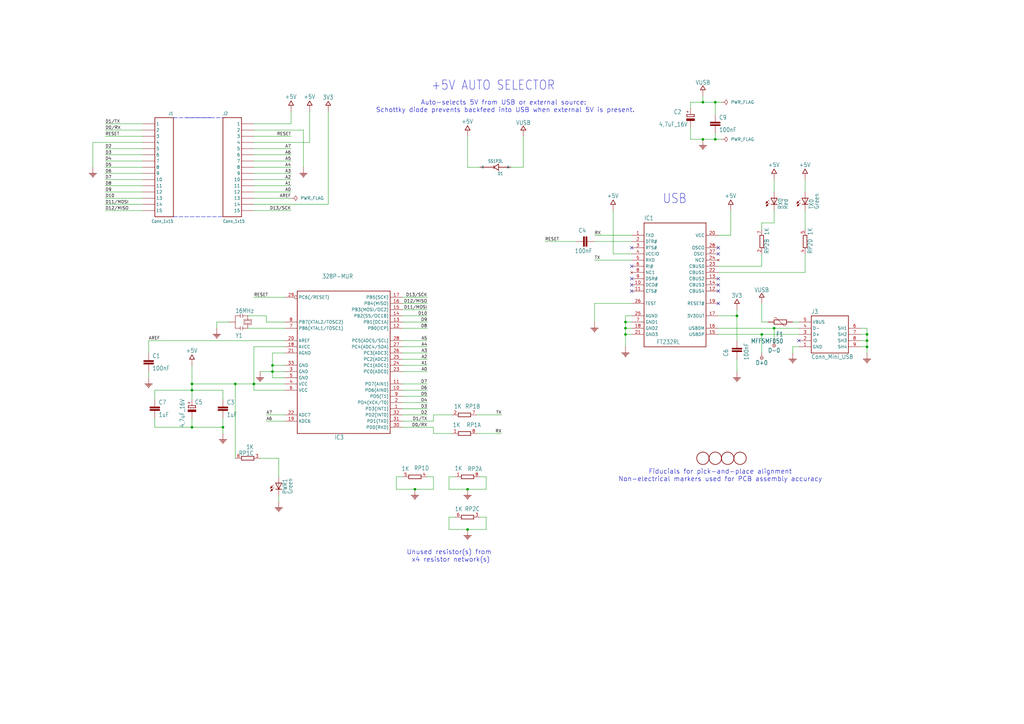
<source format=kicad_sch>
(kicad_sch (version 20231120) (generator "eeschema") (generator_version "8.0")
  (paper "A3")
  (title_block (title "NanoV3.3") (date "2019/1/23 22:50") (company "Arturo Guadalupi"))
  (lib_symbols
    (symbol "Fiducial_1"
      (symbol "Fiducial_1_1_1"
        (pin no_connect line (at 0 0 180) (length 0) hide (name "") (number "1"))
      )
    )
    (symbol "Fiducial_2"
      (symbol "Fiducial_2_1_1"
        (pin no_connect line (at 0 0 180) (length 0) hide (name "") (number "1"))
      )
    )
    (symbol "Fiducial_3"
      (symbol "Fiducial_3_1_1"
        (pin no_connect line (at 0 0 180) (length 0) hide (name "") (number "1"))
      )
    )
    (symbol "NanoV3.3:+5V" (power)
      (property "Value" "+5V" (at -2.54 2.54 0))
      (symbol "+5V_1_0"
        (pin power_in line (at 0 -2.54 90) (length 2.54) (name "+5V") (number "1"))
      )
    )
    (symbol "NanoV3.3:3V3" (power)
      (property "Value" "3V3" (at -2.286 2.286 0))
      (symbol "3V3_1_0"
        (pin power_in line (at 0 -2.54 90) (length 2.54) (name "3V3") (number "1"))
      )
    )
    (symbol "NanoV3.3:ATmega328P-VQFN"
      (property "Reference" "IC" (at -17.78 -40.64 0))
      (property "Value" "ATmega328P-VQFN" (at -5.08 30.48 0))
      (symbol "ATmega328P-VQFN_1_0"
        (pin bidirectional line (at 25.4 -20.32 180) (length 5.08) (name "PD3(INT1)") (number "1"))
        (pin bidirectional line (at 25.4 -12.7 180) (length 5.08) (name "PD6(AIN0)") (number "10"))
        (pin bidirectional line (at 25.4 -10.16 180) (length 5.08) (name "PD7(AIN1)") (number "11"))
        (pin bidirectional line (at 25.4 12.7 180) (length 5.08) (name "PB0(ICP)") (number "12"))
        (pin bidirectional line (at 25.4 15.24 180) (length 5.08) (name "PB1(OC1A)") (number "13"))
        (pin bidirectional line (at 25.4 17.78 180) (length 5.08) (name "PB2(SS/OC1B)") (number "14"))
        (pin bidirectional line (at 25.4 20.32 180) (length 5.08) (name "PB3(MOSI/OC2)") (number "15"))
        (pin bidirectional line (at 25.4 22.86 180) (length 5.08) (name "PB4(MISO)") (number "16"))
        (pin bidirectional line (at 25.4 25.4 180) (length 5.08) (name "PB5(SCK)") (number "17"))
        (pin power_in line (at -22.86 5.08 0) (length 5.08) (name "AVCC") (number "18"))
        (pin bidirectional line (at -22.86 -25.4 0) (length 5.08) (name "ADC6") (number "19"))
        (pin bidirectional line (at 25.4 -17.78 180) (length 5.08) (name "PD4(XCK/T0)") (number "2"))
        (pin power_in line (at -22.86 7.62 0) (length 5.08) (name "AREF") (number "20"))
        (pin power_in line (at -22.86 2.54 0) (length 5.08) (name "AGND") (number "21"))
        (pin bidirectional line (at -22.86 -22.86 0) (length 5.08) (name "ADC7") (number "22"))
        (pin bidirectional line (at 25.4 -5.08 180) (length 5.08) (name "PC0(ADC0)") (number "23"))
        (pin bidirectional line (at 25.4 -2.54 180) (length 5.08) (name "PC1(ADC1)") (number "24"))
        (pin bidirectional line (at 25.4 0 180) (length 5.08) (name "PC2(ADC2)") (number "25"))
        (pin bidirectional line (at 25.4 2.54 180) (length 5.08) (name "PC3(ADC3)") (number "26"))
        (pin bidirectional line (at 25.4 5.08 180) (length 5.08) (name "PC4(ADC4/SDA)") (number "27"))
        (pin bidirectional line (at 25.4 7.62 180) (length 5.08) (name "PC5(ADC5/SCL)") (number "28"))
        (pin bidirectional inverted (at -22.86 25.4 0) (length 5.08) (name "PC6(/RESET)") (number "29"))
        (pin power_in line (at -22.86 -5.08 0) (length 5.08) (name "GND") (number "3"))
        (pin bidirectional line (at 25.4 -27.94 180) (length 5.08) (name "PD0(RXD)") (number "30"))
        (pin bidirectional line (at 25.4 -25.4 180) (length 5.08) (name "PD1(TXD)") (number "31"))
        (pin bidirectional line (at 25.4 -22.86 180) (length 5.08) (name "PD2(INT0)") (number "32"))
        (pin power_in line (at -22.86 -2.54 0) (length 5.08) (name "GND") (number "33"))
        (pin power_in line (at -22.86 -10.16 0) (length 5.08) (name "VCC") (number "4"))
        (pin power_in line (at -22.86 -7.62 0) (length 5.08) (name "GND") (number "5"))
        (pin power_in line (at -22.86 -12.7 0) (length 5.08) (name "VCC") (number "6"))
        (pin bidirectional line (at -22.86 12.7 0) (length 5.08) (name "PB6(XTAL1/TOSC1)") (number "7"))
        (pin bidirectional line (at -22.86 15.24 0) (length 5.08) (name "PB7(XTAL2/TOSC2)") (number "8"))
        (pin bidirectional line (at 25.4 -15.24 180) (length 5.08) (name "PD5(T1)") (number "9"))
      )
    )
    (symbol "NanoV3.3:C"
      (property "Reference" "C" (at 1.524 0.381 0))
      (property "Value" "C" (at 1.524 -4.699 0))
      (symbol "C_1_0"
        (pin passive line (at 0 2.54 270) (length 2.54) (name "1") (number "1"))
        (pin passive line (at 0 -5.08 90) (length 2.54) (name "2") (number "2"))
      )
    )
    (symbol "NanoV3.3:COM" (power)
      (symbol "COM_1_0"
        (pin power_in line (at 0 2.54 270) (length 2.54) (name "COM") (number "1"))
      )
    )
    (symbol "NanoV3.3:C_Polarized"
      (property "Reference" "C" (at 1.143 0.4826 0))
      (property "Value" "C_Polarized" (at 1.143 -4.5974 0))
      (symbol "C_Polarized_1_0"
        (text "+" (at -0.5842 0.4064 900) (effects (font (size 1.27 1.0795)) (justify left bottom)))
        (pin passive line (at 0 2.54 270) (length 2.54) (name "+") (number "1"))
        (pin passive line (at 0 -5.08 90) (length 2.54) (name "-") (number "2"))
      )
    )
    (symbol "NanoV3.3:Conn_1x15"
      (property "Reference" "J" (at -2.54 21.336 0))
      (property "Value" "Conn_1x15" (at -2.54 -22.86 0))
      (symbol "Conn_1x15_1_0"
        (pin passive line (at 10.16 17.78 180) (length 5.08) (name "1") (number "1"))
        (pin passive line (at 10.16 -5.08 180) (length 5.08) (name "10") (number "10"))
        (pin passive line (at 10.16 -7.62 180) (length 5.08) (name "11") (number "11"))
        (pin passive line (at 10.16 -10.16 180) (length 5.08) (name "12") (number "12"))
        (pin passive line (at 10.16 -12.7 180) (length 5.08) (name "13") (number "13"))
        (pin passive line (at 10.16 -15.24 180) (length 5.08) (name "14") (number "14"))
        (pin passive line (at 10.16 -17.78 180) (length 5.08) (name "15") (number "15"))
        (pin passive line (at 10.16 15.24 180) (length 5.08) (name "2") (number "2"))
        (pin passive line (at 10.16 12.7 180) (length 5.08) (name "3") (number "3"))
        (pin passive line (at 10.16 10.16 180) (length 5.08) (name "4") (number "4"))
        (pin passive line (at 10.16 7.62 180) (length 5.08) (name "5") (number "5"))
        (pin passive line (at 10.16 5.08 180) (length 5.08) (name "6") (number "6"))
        (pin passive line (at 10.16 2.54 180) (length 5.08) (name "7") (number "7"))
        (pin passive line (at 10.16 0 180) (length 5.08) (name "8") (number "8"))
        (pin passive line (at 10.16 -2.54 180) (length 5.08) (name "9") (number "9"))
      )
    )
    (symbol "NanoV3.3:Conn_Mini_USB"
      (property "Reference" "J" (at -7.62 8.382 0))
      (property "Value" "Conn_Mini_USB" (at -7.62 -10.16 0))
      (symbol "Conn_Mini_USB_1_0"
        (pin passive line (at -12.7 -5.08 0) (length 5.08) (name "GND") (number "1"))
        (pin bidirectional line (at -12.7 -2.54 0) (length 5.08) (name "ID") (number "2"))
        (pin bidirectional line (at -12.7 0 0) (length 5.08) (name "D+") (number "3"))
        (pin bidirectional line (at -12.7 2.54 0) (length 5.08) (name "D-") (number "4"))
        (pin passive line (at -12.7 5.08 0) (length 5.08) (name "VBUS") (number "5"))
        (pin passive line (at 12.7 2.54 180) (length 5.08) (name "SH1") (number "6"))
        (pin passive line (at 12.7 0 180) (length 5.08) (name "SH2") (number "7"))
        (pin passive line (at 12.7 -2.54 180) (length 5.08) (name "SH3") (number "8"))
        (pin passive line (at 12.7 -5.08 180) (length 5.08) (name "SH4") (number "9"))
      )
    )
    (symbol "NanoV3.3:D"
      (property "Reference" "D" (at -1.905 1.905 0))
      (property "Value" "D" (at -1.905 -3.175 0))
      (symbol "D_1_0"
        (pin passive line (at 7.62 0 180) (length 0) (name "K") (number "1"))
        (pin passive line (at -5.08 0 0) (length 0) (name "A") (number "2"))
      )
    )
    (symbol "NanoV3.3:FT232R"
      (property "Reference" "IC" (at -12.7 26.416 0))
      (property "Value" "FT232R" (at -7.62 -24.384 0))
      (symbol "FT232R_1_0"
        (pin output line (at -17.78 20.32 0) (length 5.08) (name "TXD") (number "1"))
        (pin bidirectional line (at -17.78 0 0) (length 5.08) (name "DCD#") (number "10"))
        (pin bidirectional line (at -17.78 -2.54 0) (length 5.08) (name "CTS#") (number "11"))
        (pin bidirectional line (at 17.78 -2.54 180) (length 5.08) (name "CBUS4") (number "12"))
        (pin bidirectional line (at 17.78 2.54 180) (length 5.08) (name "CBUS2") (number "13"))
        (pin bidirectional line (at 17.78 0 180) (length 5.08) (name "CBUS3") (number "14"))
        (pin bidirectional line (at 17.78 -20.32 180) (length 5.08) (name "USBDP") (number "15"))
        (pin bidirectional line (at 17.78 -17.78 180) (length 5.08) (name "USBDM") (number "16"))
        (pin power_out line (at 17.78 -12.7 180) (length 5.08) (name "3V3OUT") (number "17"))
        (pin power_in line (at -17.78 -17.78 0) (length 5.08) (name "GND2") (number "18"))
        (pin bidirectional line (at 17.78 -7.62 180) (length 5.08) (name "RESET#") (number "19"))
        (pin output line (at -17.78 17.78 0) (length 5.08) (name "DTR#") (number "2"))
        (pin power_in line (at 17.78 20.32 180) (length 5.08) (name "VCC") (number "20"))
        (pin power_in line (at -17.78 -20.32 0) (length 5.08) (name "GND3") (number "21"))
        (pin bidirectional line (at 17.78 5.08 180) (length 5.08) (name "CBUS1") (number "22"))
        (pin bidirectional line (at 17.78 7.62 180) (length 5.08) (name "CBUS0") (number "23"))
        (pin no_connect line (at 17.78 10.16 180) (length 5.08) (name "NC2") (number "24"))
        (pin power_in line (at -17.78 -12.7 0) (length 5.08) (name "AGND") (number "25"))
        (pin input line (at -17.78 -7.62 0) (length 5.08) (name "TEST") (number "26"))
        (pin bidirectional line (at 17.78 12.7 180) (length 5.08) (name "OSCI") (number "27"))
        (pin output line (at 17.78 15.24 180) (length 5.08) (name "OSCO") (number "28"))
        (pin output line (at -17.78 15.24 0) (length 5.08) (name "RTS#") (number "3"))
        (pin power_in line (at -17.78 12.7 0) (length 5.08) (name "VCCIO") (number "4"))
        (pin input line (at -17.78 10.16 0) (length 5.08) (name "RXD") (number "5"))
        (pin bidirectional line (at -17.78 7.62 0) (length 5.08) (name "RI#") (number "6"))
        (pin power_in line (at -17.78 -15.24 0) (length 5.08) (name "GND1") (number "7"))
        (pin no_connect line (at -17.78 5.08 0) (length 5.08) (name "NC1") (number "8"))
        (pin bidirectional line (at -17.78 2.54 0) (length 5.08) (name "DSR#") (number "9"))
      )
    )
    (symbol "NanoV3.3:Fiducial"
      (symbol "Fiducial_1_1"
        (pin no_connect line (at 0 0 180) (length 0) hide (name "") (number "1"))
      )
    )
    (symbol "NanoV3.3:LED"
      (property "Reference" "LED" (at 3.556 -4.572 90))
      (property "Value" "LED" (at 5.715 -4.572 90))
      (symbol "LED_1_0"
        (pin passive line (at 0 2.54 270) (length 2.54) (name "") (number "1"))
        (pin passive line (at 0 -5.08 90) (length 2.54) (name "") (number "2"))
      )
    )
    (symbol "NanoV3.3:Polyfuse"
      (property "Reference" "F" (at 2.54 0.2286 0))
      (property "Value" "Polyfuse" (at 2.54 -1.905 0))
      (symbol "Polyfuse_1_0"
        (pin passive line (at 0 -5.08 90) (length 2.54) (name "1") (number "1"))
        (pin passive line (at 0 5.08 270) (length 2.54) (name "2") (number "2"))
      )
    )
    (symbol "NanoV3.3:R_Pack4_Split"
      (property "Reference" "RP" (at -5.08 -3.048 0))
      (property "Value" "R_Pack4_Split" (at 2.54 -3.048 0))
      (symbol "R_Pack4_Split_1_0"
        (pin passive line (at -5.08 0 0) (length 2.54) (name "1") (number "1"))
        (pin passive line (at 5.08 0 180) (length 2.54) (name "2") (number "8"))
      )
      (symbol "R_Pack4_Split_2_0"
        (pin passive line (at -5.08 0 0) (length 2.54) (name "1") (number "2"))
        (pin passive line (at 5.08 0 180) (length 2.54) (name "2") (number "7"))
      )
      (symbol "R_Pack4_Split_3_0"
        (pin passive line (at -5.08 0 0) (length 2.54) (name "1") (number "3"))
        (pin passive line (at 5.08 0 180) (length 2.54) (name "2") (number "6"))
      )
      (symbol "R_Pack4_Split_4_0"
        (pin passive line (at -5.08 0 0) (length 2.54) (name "1") (number "4"))
        (pin passive line (at 5.08 0 180) (length 2.54) (name "2") (number "5"))
      )
    )
    (symbol "NanoV3.3:Resonator"
      (property "Reference" "Y" (at -5.08 4.572 0))
      (property "Value" "Resonator" (at -5.08 -5.588 0))
      (symbol "Resonator_1_0"
        (pin passive line (at 0 2.54 180) (length 0) (name "1") (number "1"))
        (pin passive line (at -7.62 0 0) (length 0) (name "2") (number "2"))
        (pin passive line (at 0 -2.54 180) (length 0) (name "3") (number "3"))
      )
    )
    (symbol "NanoV3.3:TestPoint"
      (property "Reference" "TP" (at 0 0.508 0))
      (symbol "TestPoint_1_0"
        (pin passive line (at 0 -2.54 90) (length 0) (name "P$1") (number "X"))
      )
    )
    (symbol "NanoV3.3:VUSB" (power)
      (property "Value" "VUSB" (at -3.048 2.032 0))
      (symbol "VUSB_1_0"
        (pin power_in line (at 0 -2.54 90) (length 2.54) (name "VUSB") (number "1"))
      )
    )
    (symbol "power:PWR_FLAG" (power) (pin_numbers hide) (pin_names (offset 0) hide)
      (property "Value" "PWR_FLAG" (at 0 3.81 0))
      (symbol "PWR_FLAG_0_0"
        (pin power_out line (at 0 0 90) (length 0) (name "pwr") (number "1"))
      )
    )
  )
  (junction (at 256.54 132.08))
  (junction (at 111.76 149.86))
  (junction (at 111.76 152.4))
  (junction (at 78.74 160.02))
  (junction (at 288.29 41.91))
  (junction (at 355.6 139.7))
  (junction (at 91.44 175.26))
  (junction (at 191.77 217.17))
  (junction (at 293.37 41.91))
  (junction (at 78.74 175.26))
  (junction (at 288.29 57.15))
  (junction (at 256.54 134.62))
  (junction (at 170.18 200.66))
  (junction (at 302.26 129.54))
  (junction (at 312.42 137.16))
  (junction (at 104.14 157.48))
  (junction (at 96.52 157.48))
  (junction (at 317.5 134.62))
  (junction (at 256.54 137.16))
  (junction (at 191.77 200.66))
  (junction (at 78.74 157.48))
  (junction (at 293.37 57.15))
  (junction (at 355.6 137.16))
  (junction (at 355.6 142.24))
  (no_connect (at 259.08 119.38))
  (no_connect (at 259.08 116.84))
  (no_connect (at 259.08 114.3))
  (no_connect (at 294.64 124.46))
  (no_connect (at 294.64 116.84))
  (no_connect (at 294.64 101.6))
  (no_connect (at 294.64 114.3))
  (no_connect (at 294.64 104.14))
  (no_connect (at 294.64 119.38))
  (no_connect (at 327.66 139.7))
  (no_connect (at 259.08 101.6))
  (no_connect (at 259.08 109.22))
  (wire (pts (xy 78.74 163.83) (xy 78.74 160.02)))
  (wire (pts (xy 283.21 57.15) (xy 288.29 57.15)))
  (wire (pts (xy 116.84 144.78) (xy 111.76 144.78)))
  (wire (pts (xy 327.66 142.24) (xy 325.12 142.24)))
  (wire (pts (xy 256.54 129.54) (xy 256.54 132.08)))
  (wire (pts (xy 43.18 63.5) (xy 58.42 63.5)))
  (wire (pts (xy 330.2 93.98) (xy 330.2 86.36)))
  (wire (pts (xy 353.06 137.16) (xy 355.6 137.16)))
  (wire (pts (xy 177.8 170.18) (xy 177.8 172.72)))
  (wire (pts (xy 104.14 86.36) (xy 119.38 86.36)))
  (wire (pts (xy 317.5 139.7) (xy 317.5 134.62)))
  (wire (pts (xy 104.14 50.8) (xy 119.38 50.8)))
  (wire (pts (xy 177.8 177.8) (xy 185.42 177.8)))
  (wire (pts (xy 199.39 200.66) (xy 199.39 195.58)))
  (wire (pts (xy 124.46 53.34) (xy 124.46 68.58)))
  (wire (pts (xy 78.74 160.02) (xy 78.74 157.48)))
  (wire (pts (xy 116.84 172.72) (xy 109.22 172.72)))
  (wire (pts (xy 165.1 132.08) (xy 175.26 132.08)))
  (wire (pts (xy 58.42 73.66) (xy 43.18 73.66)))
  (wire (pts (xy 104.14 71.12) (xy 119.38 71.12)))
  (wire (pts (xy 165.1 160.02) (xy 175.26 160.02)))
  (wire (pts (xy 330.2 78.74) (xy 330.2 73.66)))
  (wire (pts (xy 78.74 157.48) (xy 78.74 149.86)))
  (wire (pts (xy 63.5 160.02) (xy 63.5 163.83)))
  (wire (pts (xy 116.84 157.48) (xy 104.14 157.48)))
  (wire (pts (xy 259.08 137.16) (xy 256.54 137.16)))
  (wire (pts (xy 109.22 129.54) (xy 101.6 129.54)))
  (wire (pts (xy 43.18 50.8) (xy 58.42 50.8)))
  (wire (pts (xy 312.42 144.78) (xy 312.42 137.16)))
  (wire (pts (xy 104.14 60.96) (xy 119.38 60.96)))
  (wire (pts (xy 312.42 124.46) (xy 312.42 132.08)))
  (wire (pts (xy 184.15 200.66) (xy 191.77 200.66)))
  (wire (pts (xy 165.1 142.24) (xy 175.26 142.24)))
  (wire (pts (xy 184.15 195.58) (xy 186.69 195.58)))
  (wire (pts (xy 111.76 149.86) (xy 116.84 149.86)))
  (wire (pts (xy 119.38 73.66) (xy 104.14 73.66)))
  (wire (pts (xy 355.6 139.7) (xy 355.6 142.24)))
  (wire (pts (xy 177.8 200.66) (xy 177.8 195.58)))
  (wire (pts (xy 165.1 129.54) (xy 175.26 129.54)))
  (wire (pts (xy 104.14 81.28) (xy 119.38 81.28)))
  (wire (pts (xy 302.26 139.7) (xy 302.26 129.54)))
  (wire (pts (xy 96.52 157.48) (xy 78.74 157.48)))
  (wire (pts (xy 104.14 142.24) (xy 104.14 157.48)))
  (wire (pts (xy 104.14 157.48) (xy 96.52 157.48)))
  (wire (pts (xy 165.1 152.4) (xy 175.26 152.4)))
  (polyline (pts (xy 76.2 48.26) (xy 86.36 48.26)) (stroke (width 0) (type dash)))
  (polyline (pts (xy 86.36 48.26) (xy 76.2 48.26)) (stroke (width 0) (type dash)))
  (wire (pts (xy 288.29 41.91) (xy 293.37 41.91)))
  (wire (pts (xy 251.46 104.14) (xy 251.46 86.36)))
  (wire (pts (xy 114.3 187.96) (xy 114.3 195.58)))
  (wire (pts (xy 116.84 160.02) (xy 104.14 160.02)))
  (wire (pts (xy 96.52 157.48) (xy 96.52 187.96)))
  (wire (pts (xy 111.76 149.86) (xy 111.76 152.4)))
  (wire (pts (xy 116.84 121.92) (xy 104.14 121.92)))
  (wire (pts (xy 104.14 55.88) (xy 119.38 55.88)))
  (wire (pts (xy 177.8 195.58) (xy 175.26 195.58)))
  (wire (pts (xy 256.54 134.62) (xy 256.54 137.16)))
  (wire (pts (xy 165.1 149.86) (xy 175.26 149.86)))
  (wire (pts (xy 60.96 139.7) (xy 60.96 144.78)))
  (wire (pts (xy 127 58.42) (xy 127 45.72)))
  (wire (pts (xy 43.18 76.2) (xy 58.42 76.2)))
  (wire (pts (xy 91.44 175.26) (xy 91.44 177.8)))
  (wire (pts (xy 93.98 132.08) (xy 88.9 132.08)))
  (wire (pts (xy 116.84 170.18) (xy 109.22 170.18)))
  (wire (pts (xy 294.64 111.76) (xy 330.2 111.76)))
  (wire (pts (xy 283.21 44.45) (xy 283.21 41.91)))
  (wire (pts (xy 294.64 137.16) (xy 312.42 137.16)))
  (wire (pts (xy 111.76 152.4) (xy 116.84 152.4)))
  (wire (pts (xy 191.77 68.58) (xy 191.77 55.88)))
  (wire (pts (xy 165.1 147.32) (xy 175.26 147.32)))
  (wire (pts (xy 317.5 134.62) (xy 327.66 134.62)))
  (wire (pts (xy 312.42 91.44) (xy 317.5 91.44)))
  (wire (pts (xy 165.1 127) (xy 175.26 127)))
  (wire (pts (xy 259.08 129.54) (xy 256.54 129.54)))
  (wire (pts (xy 177.8 172.72) (xy 165.1 172.72)))
  (wire (pts (xy 243.84 124.46) (xy 243.84 132.08)))
  (wire (pts (xy 91.44 171.45) (xy 91.44 175.26)))
  (wire (pts (xy 214.63 68.58) (xy 209.55 68.58)))
  (wire (pts (xy 116.84 142.24) (xy 104.14 142.24)))
  (wire (pts (xy 111.76 154.94) (xy 111.76 152.4)))
  (wire (pts (xy 43.18 68.58) (xy 58.42 68.58)))
  (wire (pts (xy 165.1 170.18) (xy 175.26 170.18)))
  (wire (pts (xy 165.1 162.56) (xy 175.26 162.56)))
  (wire (pts (xy 353.06 142.24) (xy 355.6 142.24)))
  (wire (pts (xy 43.18 66.04) (xy 58.42 66.04)))
  (wire (pts (xy 43.18 60.96) (xy 58.42 60.96)))
  (wire (pts (xy 91.44 163.83) (xy 91.44 160.02)))
  (wire (pts (xy 355.6 134.62) (xy 355.6 137.16)))
  (wire (pts (xy 191.77 68.58) (xy 196.85 68.58)))
  (wire (pts (xy 317.5 78.74) (xy 317.5 73.66)))
  (polyline (pts (xy 71.12 48.26) (xy 76.2 48.26)) (stroke (width 0) (type dash)))
  (wire (pts (xy 43.18 81.28) (xy 58.42 81.28)))
  (wire (pts (xy 259.08 124.46) (xy 243.84 124.46)))
  (wire (pts (xy 104.14 66.04) (xy 119.38 66.04)))
  (wire (pts (xy 119.38 50.8) (xy 119.38 45.72)))
  (wire (pts (xy 259.08 104.14) (xy 251.46 104.14)))
  (wire (pts (xy 355.6 142.24) (xy 355.6 144.78)))
  (wire (pts (xy 165.1 175.26) (xy 177.8 175.26)))
  (wire (pts (xy 43.18 71.12) (xy 58.42 71.12)))
  (wire (pts (xy 199.39 212.09) (xy 196.85 212.09)))
  (wire (pts (xy 78.74 160.02) (xy 63.5 160.02)))
  (wire (pts (xy 293.37 57.15) (xy 288.29 57.15)))
  (wire (pts (xy 325.12 132.08) (xy 327.66 132.08)))
  (wire (pts (xy 293.37 54.61) (xy 293.37 57.15)))
  (wire (pts (xy 243.84 96.52) (xy 259.08 96.52)))
  (wire (pts (xy 259.08 132.08) (xy 256.54 132.08)))
  (wire (pts (xy 294.64 109.22) (xy 312.42 109.22)))
  (wire (pts (xy 162.56 195.58) (xy 165.1 195.58)))
  (wire (pts (xy 243.84 106.68) (xy 259.08 106.68)))
  (wire (pts (xy 91.44 160.02) (xy 78.74 160.02)))
  (wire (pts (xy 38.1 58.42) (xy 38.1 68.58)))
  (wire (pts (xy 104.14 78.74) (xy 119.38 78.74)))
  (wire (pts (xy 288.29 39.37) (xy 288.29 41.91)))
  (wire (pts (xy 312.42 93.98) (xy 312.42 91.44)))
  (wire (pts (xy 165.1 121.92) (xy 175.26 121.92)))
  (wire (pts (xy 165.1 165.1) (xy 175.26 165.1)))
  (wire (pts (xy 355.6 137.16) (xy 355.6 139.7)))
  (wire (pts (xy 111.76 152.4) (xy 106.68 152.4)))
  (wire (pts (xy 104.14 53.34) (xy 124.46 53.34)))
  (wire (pts (xy 43.18 55.88) (xy 58.42 55.88)))
  (wire (pts (xy 165.1 144.78) (xy 175.26 144.78)))
  (wire (pts (xy 283.21 52.07) (xy 283.21 57.15)))
  (wire (pts (xy 312.42 132.08) (xy 314.96 132.08)))
  (wire (pts (xy 283.21 41.91) (xy 288.29 41.91)))
  (wire (pts (xy 330.2 111.76) (xy 330.2 104.14)))
  (wire (pts (xy 165.1 124.46) (xy 175.26 124.46)))
  (wire (pts (xy 106.68 187.96) (xy 114.3 187.96)))
  (wire (pts (xy 312.42 104.14) (xy 312.42 109.22)))
  (wire (pts (xy 191.77 217.17) (xy 199.39 217.17)))
  (wire (pts (xy 43.18 86.36) (xy 58.42 86.36)))
  (wire (pts (xy 109.22 132.08) (xy 109.22 129.54)))
  (wire (pts (xy 111.76 144.78) (xy 111.76 149.86)))
  (wire (pts (xy 199.39 195.58) (xy 196.85 195.58)))
  (wire (pts (xy 165.1 134.62) (xy 175.26 134.62)))
  (wire (pts (xy 63.5 175.26) (xy 63.5 171.45)))
  (wire (pts (xy 165.1 167.64) (xy 175.26 167.64)))
  (wire (pts (xy 259.08 134.62) (xy 256.54 134.62)))
  (wire (pts (xy 294.64 96.52) (xy 299.72 96.52)))
  (wire (pts (xy 256.54 137.16) (xy 256.54 142.24)))
  (wire (pts (xy 184.15 217.17) (xy 191.77 217.17)))
  (wire (pts (xy 104.14 68.58) (xy 119.38 68.58)))
  (wire (pts (xy 116.84 154.94) (xy 111.76 154.94)))
  (wire (pts (xy 195.58 170.18) (xy 205.74 170.18)))
  (wire (pts (xy 184.15 212.09) (xy 184.15 217.17)))
  (wire (pts (xy 312.42 137.16) (xy 327.66 137.16)))
  (wire (pts (xy 299.72 96.52) (xy 299.72 86.36)))
  (wire (pts (xy 214.63 55.88) (xy 214.63 68.58)))
  (wire (pts (xy 294.64 134.62) (xy 317.5 134.62)))
  (wire (pts (xy 38.1 58.42) (xy 58.42 58.42)))
  (wire (pts (xy 78.74 175.26) (xy 91.44 175.26)))
  (wire (pts (xy 177.8 175.26) (xy 177.8 177.8)))
  (wire (pts (xy 43.18 78.74) (xy 58.42 78.74)))
  (wire (pts (xy 191.77 200.66) (xy 199.39 200.66)))
  (wire (pts (xy 104.14 58.42) (xy 127 58.42)))
  (wire (pts (xy 78.74 171.45) (xy 78.74 175.26)))
  (wire (pts (xy 165.1 157.48) (xy 175.26 157.48)))
  (wire (pts (xy 43.18 53.34) (xy 58.42 53.34)))
  (wire (pts (xy 302.26 129.54) (xy 302.26 127)))
  (wire (pts (xy 199.39 217.17) (xy 199.39 212.09)))
  (wire (pts (xy 293.37 41.91) (xy 295.91 41.91)))
  (wire (pts (xy 256.54 132.08) (xy 256.54 134.62)))
  (wire (pts (xy 43.18 83.82) (xy 58.42 83.82)))
  (wire (pts (xy 223.52 99.06) (xy 236.22 99.06)))
  (wire (pts (xy 184.15 195.58) (xy 184.15 200.66)))
  (wire (pts (xy 243.84 99.06) (xy 259.08 99.06)))
  (wire (pts (xy 162.56 195.58) (xy 162.56 200.66)))
  (wire (pts (xy 302.26 147.32) (xy 302.26 152.4)))
  (wire (pts (xy 293.37 57.15) (xy 295.91 57.15)))
  (wire (pts (xy 104.14 76.2) (xy 119.38 76.2)))
  (wire (pts (xy 104.14 160.02) (xy 104.14 157.48)))
  (wire (pts (xy 104.14 83.82) (xy 134.62 83.82)))
  (wire (pts (xy 170.18 200.66) (xy 177.8 200.66)))
  (wire (pts (xy 88.9 132.08) (xy 88.9 134.62)))
  (wire (pts (xy 165.1 139.7) (xy 175.26 139.7)))
  (polyline (pts (xy 86.36 48.26) (xy 91.44 48.26)) (stroke (width 0) (type dash)))
  (wire (pts (xy 325.12 142.24) (xy 325.12 144.78)))
  (wire (pts (xy 134.62 83.82) (xy 134.62 45.72)))
  (polyline (pts (xy 71.12 88.9) (xy 91.44 88.9)) (stroke (width 0) (type dash)))
  (wire (pts (xy 184.15 212.09) (xy 186.69 212.09)))
  (wire (pts (xy 116.84 132.08) (xy 109.22 132.08)))
  (wire (pts (xy 195.58 177.8) (xy 205.74 177.8)))
  (wire (pts (xy 353.06 139.7) (xy 355.6 139.7)))
  (wire (pts (xy 162.56 200.66) (xy 170.18 200.66)))
  (wire (pts (xy 353.06 134.62) (xy 355.6 134.62)))
  (wire (pts (xy 104.14 63.5) (xy 119.38 63.5)))
  (wire (pts (xy 294.64 129.54) (xy 302.26 129.54)))
  (wire (pts (xy 177.8 170.18) (xy 185.42 170.18)))
  (wire (pts (xy 293.37 41.91) (xy 293.37 46.99)))
  (wire (pts (xy 116.84 139.7) (xy 60.96 139.7)))
  (wire (pts (xy 114.3 205.74) (xy 114.3 203.2)))
  (wire (pts (xy 78.74 175.26) (xy 63.5 175.26)))
  (wire (pts (xy 60.96 152.4) (xy 60.96 154.94)))
  (wire (pts (xy 101.6 134.62) (xy 116.84 134.62)))
  (wire (pts (xy 317.5 91.44) (xy 317.5 86.36)))
  (text "Fiducials for pick-and-place alignment\nNon-electrical markers used for PCB assembly accuracy" (at 295.402 195.072 0) (effects (font (size 1.905 1.905))))
  (text "+5V AUTO SELECTOR" (at 176.784 37.338 0) (effects (font (size 3.81 3.2385)) (justify left bottom)))
  (text "USB" (at 271.78 83.82 0) (effects (font (size 3.81 3.2385)) (justify left bottom)))
  (text "Auto-selects 5V from USB or external source: \nSchottky diode prevents backfeed into USB when external 5V is present." (at 207.264 43.688 0) (effects (font (size 1.905 1.905))))
  (text "Unused resistor(s) from \nx4 resistor network(s)" (at 184.912 228.092 0) (effects (font (size 1.905 1.905))))
  (label "D2" (at 175.26 170.18 180) (effects (font (size 1.2446 1.2446))))
  (label "D8" (at 43.18 76.2 0) (effects (font (size 1.2446 1.2446))))
  (label "D4" (at 175.26 165.1 180) (effects (font (size 1.2446 1.2446))))
  (label "D1/TX" (at 43.18 50.8 0) (effects (font (size 1.2446 1.2446))))
  (label "A2" (at 175.26 147.32 180) (effects (font (size 1.2446 1.2446))))
  (label "RESET" (at 223.52 99.06 0) (effects (font (size 1.2446 1.2446))))
  (label "A5" (at 175.26 139.7 180) (effects (font (size 1.2446 1.2446))))
  (label "TX" (at 243.84 106.68 0) (effects (font (size 1.2446 1.2446))))
  (label "A4" (at 119.38 68.58 180) (effects (font (size 1.2446 1.2446))))
  (label "D7" (at 175.26 157.48 180) (effects (font (size 1.2446 1.2446))))
  (label "D4" (at 43.18 66.04 0) (effects (font (size 1.2446 1.2446))))
  (label "RESET" (at 119.38 55.88 180) (effects (font (size 1.2446 1.2446))))
  (label "A1" (at 119.38 76.2 180) (effects (font (size 1.2446 1.2446))))
  (label "D5" (at 43.18 68.58 0) (effects (font (size 1.2446 1.2446))))
  (label "A3" (at 119.38 71.12 180) (effects (font (size 1.2446 1.2446))))
  (label "RESET" (at 43.18 55.88 0) (effects (font (size 1.2446 1.2446))))
  (label "A6" (at 119.38 63.5 180) (effects (font (size 1.2446 1.2446))))
  (label "TX" (at 205.74 170.18 180) (effects (font (size 1.2446 1.2446))))
  (label "RESET" (at 104.14 121.92 0) (effects (font (size 1.2446 1.2446))))
  (label "A5" (at 119.38 66.04 180) (effects (font (size 1.2446 1.2446))))
  (label "D10" (at 43.18 81.28 0) (effects (font (size 1.2446 1.2446))))
  (label "D13/SCK" (at 175.26 121.92 180) (effects (font (size 1.2446 1.2446))))
  (label "RX" (at 243.84 96.52 0) (effects (font (size 1.2446 1.2446))))
  (label "A0" (at 119.38 78.74 180) (effects (font (size 1.2446 1.2446))))
  (label "D5" (at 175.26 162.56 180) (effects (font (size 1.2446 1.2446))))
  (label "D12/MISO" (at 43.18 86.36 0) (effects (font (size 1.2446 1.2446))))
  (label "D9" (at 43.18 78.74 0) (effects (font (size 1.2446 1.2446))))
  (label "D8" (at 175.26 134.62 180) (effects (font (size 1.2446 1.2446))))
  (label "D0/RX" (at 43.18 53.34 0) (effects (font (size 1.2446 1.2446))))
  (label "D3" (at 43.18 63.5 0) (effects (font (size 1.2446 1.2446))))
  (label "A6" (at 109.22 172.72 0) (effects (font (size 1.2446 1.2446))))
  (label "D6" (at 43.18 71.12 0) (effects (font (size 1.2446 1.2446))))
  (label "AREF" (at 119.38 81.28 180) (effects (font (size 1.2446 1.2446))))
  (label "D2" (at 43.18 60.96 0) (effects (font (size 1.2446 1.2446))))
  (label "D1/TX" (at 175.26 172.72 180) (effects (font (size 1.2446 1.2446))))
  (label "A4" (at 175.26 142.24 180) (effects (font (size 1.2446 1.2446))))
  (label "AREF" (at 60.96 139.7 0) (effects (font (size 1.2446 1.2446))))
  (label "A2" (at 119.38 73.66 180) (effects (font (size 1.2446 1.2446))))
  (label "D11/MOSI" (at 43.18 83.82 0) (effects (font (size 1.2446 1.2446))))
  (label "A3" (at 175.26 144.78 180) (effects (font (size 1.2446 1.2446))))
  (label "A0" (at 175.26 152.4 180) (effects (font (size 1.2446 1.2446))))
  (label "D3" (at 175.26 167.64 180) (effects (font (size 1.2446 1.2446))))
  (label "A1" (at 175.26 149.86 180) (effects (font (size 1.2446 1.2446))))
  (label "D7" (at 43.18 73.66 0) (effects (font (size 1.2446 1.2446))))
  (label "A7" (at 109.22 170.18 0) (effects (font (size 1.2446 1.2446))))
  (label "D13/SCK" (at 119.38 86.36 180) (effects (font (size 1.2446 1.2446))))
  (label "D9" (at 175.26 132.08 180) (effects (font (size 1.2446 1.2446))))
  (label "A7" (at 119.38 60.96 180) (effects (font (size 1.2446 1.2446))))
  (label "D10" (at 175.26 129.54 180) (effects (font (size 1.2446 1.2446))))
  (label "D11/MOSI" (at 175.26 127 180) (effects (font (size 1.2446 1.2446))))
  (label "D0/RX" (at 175.26 175.26 180) (effects (font (size 1.2446 1.2446))))
  (label "D6" (at 175.26 160.02 180) (effects (font (size 1.2446 1.2446))))
  (label "RX" (at 205.74 177.8 180) (effects (font (size 1.2446 1.2446))))
  (label "D12/MISO" (at 175.26 124.46 180) (effects (font (size 1.2446 1.2446))))
  (symbol (lib_id "NanoV3.3:R_Pack4_Split") (at 330.2 99.06 90) (unit 4)
    (property "Reference" "RP2" (at 333.248 104.14 0) (effects (font (size 1.778 1.5113)) (justify left bottom)))
    (property "Value" "1K" (at 333.248 96.52 0) (effects (font (size 1.778 1.5113)) (justify left bottom)))
    (property "Footprint" "NanoV3.3:R_CAY16-4" (effects (hide yes)))
  )
  (symbol (lib_name "Fiducial_3") (lib_id "NanoV3.3:Fiducial") (at 293.37 187.96 0) (unit 1)
    (property "Reference" "FD2" (effects (hide yes)))
    (property "Value" "DNP" (effects (hide yes)))
    (property "Footprint" "NanoV3.3:Fiducial_1mm_Mask1.5mm" (effects (hide yes)))
  )
  (symbol (lib_id "power:PWR_FLAG") (at 119.38 81.28 270) (unit 1)
    (property "Reference" "#FLG0103" (effects (hide yes)))
    (property "Value" "PWR_FLAG" (at 123.19 81.2799 90) (effects (justify left)))
  )
  (symbol (lib_id "NanoV3.3:COM") (at 170.18 203.2 0) (unit 1)
    (property "Reference" "#PWR08" (effects (hide yes)))
    (property "Value" "COM" (effects (hide yes)))
    (property "Footprint" "NanoV3.3:" (effects (hide yes)))
  )
  (symbol (lib_id "NanoV3.3:COM") (at 60.96 157.48 0) (unit 1)
    (property "Reference" "#PWR04" (effects (hide yes)))
    (property "Value" "COM" (effects (hide yes)))
    (property "Footprint" "NanoV3.3:" (effects (hide yes)))
  )
  (symbol (lib_id "NanoV3.3:+5V") (at 119.38 43.18 0) (unit 1)
    (property "Reference" "#PWR010" (effects (hide yes)))
    (property "Value" "+5V" (at 116.84 40.64 0) (effects (font (size 1.778 1.5113)) (justify left bottom)))
    (property "Footprint" "NanoV3.3:" (effects (hide yes)))
  )
  (symbol (lib_id "NanoV3.3:COM") (at 191.77 203.2 0) (unit 1)
    (property "Reference" "#PWR05" (effects (hide yes)))
    (property "Value" "COM" (effects (hide yes)))
    (property "Footprint" "NanoV3.3:" (effects (hide yes)))
  )
  (symbol (lib_id "NanoV3.3:+5V") (at 78.74 147.32 0) (unit 1)
    (property "Reference" "#PWR06" (effects (hide yes)))
    (property "Value" "+5V" (at 76.2 144.78 0) (effects (font (size 1.778 1.5113)) (justify left bottom)))
    (property "Footprint" "NanoV3.3:" (effects (hide yes)))
  )
  (symbol (lib_id "NanoV3.3:+5V") (at 251.46 83.82 0) (unit 1)
    (property "Reference" "#PWR022" (effects (hide yes)))
    (property "Value" "+5V" (at 248.92 81.28 0) (effects (font (size 1.778 1.5113)) (justify left bottom)))
    (property "Footprint" "NanoV3.3:" (effects (hide yes)))
  )
  (symbol (lib_id "NanoV3.3:COM") (at 124.46 71.12 0) (unit 1)
    (property "Reference" "#PWR015" (effects (hide yes)))
    (property "Value" "COM" (effects (hide yes)))
    (property "Footprint" "NanoV3.3:" (effects (hide yes)))
  )
  (symbol (lib_id "NanoV3.3:COM") (at 288.29 59.69 0) (unit 1)
    (property "Reference" "#PWR030" (effects (hide yes)))
    (property "Value" "COM" (effects (hide yes)))
    (property "Footprint" "NanoV3.3:" (effects (hide yes)))
  )
  (symbol (lib_id "NanoV3.3:+5V") (at 330.2 71.12 0) (unit 1)
    (property "Reference" "#PWR032" (effects (hide yes)))
    (property "Value" "+5V" (at 327.66 68.58 0) (effects (font (size 1.778 1.5113)) (justify left bottom)))
    (property "Footprint" "NanoV3.3:" (effects (hide yes)))
  )
  (symbol (lib_id "NanoV3.3:VUSB") (at 288.29 36.83 0) (unit 1)
    (property "Reference" "#U$023" (effects (hide yes)))
    (property "Value" "VUSB" (at 285.242 34.798 0) (effects (font (size 1.778 1.5113)) (justify left bottom)))
    (property "Footprint" "NanoV3.3:" (effects (hide yes)))
  )
  (symbol (lib_id "NanoV3.3:COM") (at 302.26 154.94 0) (unit 1)
    (property "Reference" "#PWR028" (effects (hide yes)))
    (property "Value" "COM" (effects (hide yes)))
    (property "Footprint" "NanoV3.3:" (effects (hide yes)))
  )
  (symbol (lib_id "NanoV3.3:COM") (at 191.77 219.71 0) (unit 1)
    (property "Reference" "#PWR03" (effects (hide yes)))
    (property "Value" "COM" (effects (hide yes)))
    (property "Footprint" "NanoV3.3:" (effects (hide yes)))
  )
  (symbol (lib_id "NanoV3.3:TestPoint") (at 312.42 147.32 180) (unit 1)
    (property "Reference" "D+0" (at 312.42 147.828 0) (effects (font (size 1.778 1.5113)) (justify bottom)))
    (property "Value" "DNP" (effects (hide yes)))
    (property "Footprint" "NanoV3.3:TestPoint_Pad_D1.0mm" (effects (hide yes)))
  )
  (symbol (lib_id "NanoV3.3:C") (at 60.96 147.32 0) (unit 1)
    (property "Reference" "C1" (at 62.484 146.939 0) (effects (font (size 1.778 1.5113)) (justify left bottom)))
    (property "Value" "100nF" (at 62.484 152.019 0) (effects (font (size 1.778 1.5113)) (justify left bottom)))
    (property "Footprint" "NanoV3.3:C_0603_1608Metric" (effects (hide yes)))
  )
  (symbol (lib_id "NanoV3.3:+5V") (at 317.5 71.12 0) (unit 1)
    (property "Reference" "#PWR029" (effects (hide yes)))
    (property "Value" "+5V" (at 314.96 68.58 0) (effects (font (size 1.778 1.5113)) (justify left bottom)))
    (property "Footprint" "NanoV3.3:" (effects (hide yes)))
  )
  (symbol (lib_id "NanoV3.3:COM") (at 355.6 147.32 0) (unit 1)
    (property "Reference" "#PWR033" (effects (hide yes)))
    (property "Value" "COM" (effects (hide yes)))
    (property "Footprint" "NanoV3.3:" (effects (hide yes)))
  )
  (symbol (lib_id "NanoV3.3:Conn_Mini_USB") (at 340.36 137.16 0) (unit 1)
    (property "Reference" "J3" (at 332.74 128.778 0) (effects (font (size 1.778 1.5113)) (justify left bottom)))
    (property "Value" "Conn_Mini_USB" (at 332.74 147.32 0) (effects (font (size 1.778 1.5113)) (justify left bottom)))
    (property "Footprint" "NanoV3.3:USB_Mini-B_Lumberg_2486_01_Horizontal" (effects (hide yes)))
  )
  (symbol (lib_id "NanoV3.3:C") (at 91.44 166.37 0) (unit 1)
    (property "Reference" "C3" (at 92.964 165.989 0) (effects (font (size 1.778 1.5113)) (justify left bottom)))
    (property "Value" "1uF" (at 92.964 171.069 0) (effects (font (size 1.778 1.5113)) (justify left bottom)))
    (property "Footprint" "NanoV3.3:C_0603_1608Metric" (effects (hide yes)))
  )
  (symbol (lib_id "NanoV3.3:C") (at 293.37 49.53 0) (unit 1)
    (property "Reference" "C9" (at 294.894 49.149 0) (effects (font (size 1.778 1.5113)) (justify left bottom)))
    (property "Value" "100nF" (at 294.894 54.229 0) (effects (font (size 1.778 1.5113)) (justify left bottom)))
    (property "Footprint" "NanoV3.3:C_0603_1608Metric" (effects (hide yes)))
  )
  (symbol (lib_id "NanoV3.3:Fiducial") (at 303.53 187.96 0) (unit 1)
    (property "Reference" "FD4" (effects (hide yes)))
    (property "Value" "DNP" (effects (hide yes)))
    (property "Footprint" "NanoV3.3:Fiducial_1mm_Mask1.5mm" (effects (hide yes)))
  )
  (symbol (lib_id "NanoV3.3:Polyfuse") (at 320.04 132.08 270) (unit 1)
    (property "Reference" "F1" (at 321.31 136.1186 90) (effects (font (size 1.778 1.5113)) (justify right top)))
    (property "Value" "MFFSMF050" (at 321.31 138.938 90) (effects (font (size 1.778 1.5113)) (justify right top)))
    (property "Footprint" "NanoV3.3:Fuse_0603_1608Metric" (effects (hide yes)))
  )
  (symbol (lib_id "NanoV3.3:R_Pack4_Split") (at 191.77 195.58 0) (unit 1)
    (property "Reference" "RP2" (at 191.77 193.294 0) (effects (font (size 1.778 1.5113)) (justify left bottom)))
    (property "Value" "1K" (at 186.436 193.04 0) (effects (font (size 1.778 1.5113)) (justify left bottom)))
    (property "Footprint" "NanoV3.3:R_CAY16-4" (effects (hide yes)))
  )
  (symbol (lib_id "NanoV3.3:COM") (at 38.1 71.12 0) (unit 1)
    (property "Reference" "#PWR01" (effects (hide yes)))
    (property "Value" "COM" (effects (hide yes)))
    (property "Footprint" "NanoV3.3:" (effects (hide yes)))
  )
  (symbol (lib_id "NanoV3.3:COM") (at 325.12 147.32 0) (unit 1)
    (property "Reference" "#PWR031" (effects (hide yes)))
    (property "Value" "COM" (effects (hide yes)))
    (property "Footprint" "NanoV3.3:" (effects (hide yes)))
  )
  (symbol (lib_id "NanoV3.3:COM") (at 91.44 180.34 0) (unit 1)
    (property "Reference" "#PWR09" (effects (hide yes)))
    (property "Value" "COM" (effects (hide yes)))
    (property "Footprint" "NanoV3.3:" (effects (hide yes)))
  )
  (symbol (lib_id "NanoV3.3:LED") (at 330.2 81.28 0) (unit 1)
    (property "Reference" "TX0" (at 333.756 85.852 90) (effects (font (size 1.778 1.5113)) (justify left bottom)))
    (property "Value" "Green" (at 335.915 85.852 90) (effects (font (size 1.778 1.5113)) (justify left bottom)))
    (property "Footprint" "NanoV3.3:LED_0805_2012Metric" (effects (hide yes)))
  )
  (symbol (lib_id "NanoV3.3:R_Pack4_Split") (at 101.6 187.96 180) (unit 3)
    (property "Reference" "RP1" (at 104.14 184.912 0) (effects (font (size 1.778 1.5113)) (justify left bottom)))
    (property "Value" "1K" (at 104.14 182.372 0) (effects (font (size 1.778 1.5113)) (justify left bottom)))
    (property "Footprint" "NanoV3.3:R_CAY16-4" (effects (hide yes)))
  )
  (symbol (lib_id "NanoV3.3:Resonator") (at 101.6 132.08 0) (mirror x) (unit 1)
    (property "Reference" "Y1" (at 96.52 136.652 0) (effects (font (size 1.778 1.5113)) (justify left bottom)))
    (property "Value" "16MHz" (at 96.52 126.492 0) (effects (font (size 1.778 1.5113)) (justify left bottom)))
    (property "Footprint" "NanoV3.3:Resonator_SMD_Murata_CSTxExxV-3Pin_3.0x1.1mm" (effects (hide yes)))
  )
  (symbol (lib_id "NanoV3.3:Conn_1x15") (at 93.98 68.58 0) (unit 1)
    (property "Reference" "J2" (at 91.44 47.244 0) (effects (font (size 1.27 1.0795)) (justify left bottom)))
    (property "Value" "Conn_1x15" (at 91.44 91.44 0) (effects (font (size 1.27 1.0795)) (justify left bottom)))
    (property "Footprint" "NanoV3.3:PinHeader_1x15_P2.54mm_Vertical" (effects (hide yes)))
  )
  (symbol (lib_id "NanoV3.3:C") (at 302.26 144.78 180) (unit 1)
    (property "Reference" "C6" (at 298.704 146.304 90) (effects (font (size 1.778 1.5113)) (justify right top)))
    (property "Value" "100nF" (at 307.086 147.828 90) (effects (font (size 1.778 1.5113)) (justify right top)))
    (property "Footprint" "NanoV3.3:C_0603_1608Metric" (effects (hide yes)))
  )
  (symbol (lib_name "Fiducial_2") (lib_id "NanoV3.3:Fiducial") (at 288.29 187.96 0) (unit 1)
    (property "Reference" "FD1" (effects (hide yes)))
    (property "Value" "DNP" (effects (hide yes)))
    (property "Footprint" "NanoV3.3:Fiducial_1mm_Mask1.5mm" (effects (hide yes)))
  )
  (symbol (lib_id "NanoV3.3:COM") (at 243.84 134.62 0) (unit 1)
    (property "Reference" "#PWR021" (effects (hide yes)))
    (property "Value" "COM" (effects (hide yes)))
    (property "Footprint" "NanoV3.3:" (effects (hide yes)))
  )
  (symbol (lib_id "NanoV3.3:R_Pack4_Split") (at 191.77 212.09 180) (unit 3)
    (property "Reference" "RP2" (at 196.85 207.772 0) (effects (font (size 1.778 1.5113)) (justify left bottom)))
    (property "Value" "1K" (at 189.738 207.772 0) (effects (font (size 1.778 1.5113)) (justify left bottom)))
    (property "Footprint" "NanoV3.3:R_CAY16-4" (effects (hide yes)))
  )
  (symbol (lib_id "NanoV3.3:COM") (at 256.54 144.78 0) (unit 1)
    (property "Reference" "#PWR023" (effects (hide yes)))
    (property "Value" "COM" (effects (hide yes)))
    (property "Footprint" "NanoV3.3:" (effects (hide yes)))
  )
  (symbol (lib_id "NanoV3.3:FT232R") (at 276.86 116.84 0) (unit 1)
    (property "Reference" "IC1" (at 264.16 90.424 0) (effects (font (size 1.778 1.5113)) (justify left bottom)))
    (property "Value" "FT232RL" (at 269.24 141.224 0) (effects (font (size 1.778 1.5113)) (justify left bottom)))
    (property "Footprint" "NanoV3.3:SSOP-28_5.3x10.2mm_P0.65mm" (effects (hide yes)))
  )
  (symbol (lib_id "power:PWR_FLAG") (at 295.91 57.15 270) (unit 1)
    (property "Reference" "#FLG0104" (effects (hide yes)))
    (property "Value" "PWR_FLAG" (at 299.72 57.1499 90) (effects (justify left)))
  )
  (symbol (lib_id "power:PWR_FLAG") (at 295.91 41.91 270) (unit 1)
    (property "Reference" "#FLG0102" (effects (hide yes)))
    (property "Value" "PWR_FLAG" (at 299.72 41.9099 90) (effects (justify left)))
  )
  (symbol (lib_id "NanoV3.3:C") (at 238.76 99.06 90) (unit 1)
    (property "Reference" "C4" (at 237.236 95.504 90) (effects (font (size 1.778 1.5113)) (justify right top)))
    (property "Value" "100nF" (at 235.712 103.886 90) (effects (font (size 1.778 1.5113)) (justify right top)))
    (property "Footprint" "NanoV3.3:C_0603_1608Metric" (effects (hide yes)))
  )
  (symbol (lib_id "NanoV3.3:Conn_1x15") (at 68.58 68.58 0) (mirror y) (unit 1)
    (property "Reference" "J1" (at 71.12 47.244 0) (effects (font (size 1.27 1.0795)) (justify left bottom)))
    (property "Value" "Conn_1x15" (at 71.12 91.44 0) (effects (font (size 1.27 1.0795)) (justify left bottom)))
    (property "Footprint" "NanoV3.3:PinHeader_1x15_P2.54mm_Vertical" (effects (hide yes)))
  )
  (symbol (lib_id "NanoV3.3:LED") (at 114.3 198.12 0) (unit 1)
    (property "Reference" "PWR1" (at 117.856 202.692 90) (effects (font (size 1.778 1.5113)) (justify left bottom)))
    (property "Value" "Green" (at 120.015 202.692 90) (effects (font (size 1.778 1.5113)) (justify left bottom)))
    (property "Footprint" "NanoV3.3:LED_0805_2012Metric" (effects (hide yes)))
  )
  (symbol (lib_id "NanoV3.3:ATmega328P-VQFN") (at 139.7 147.32 0) (unit 1)
    (property "Reference" "IC3" (at 137.16 180.34 0) (effects (font (size 1.778 1.5113)) (justify left bottom)))
    (property "Value" "328P-MUR" (at 132.08 114.3 0) (effects (font (size 1.778 1.5113)) (justify left bottom)))
    (property "Footprint" "NanoV3.3:VQFN-32-1EP_5x5mm_P0.5mm_EP3.254x3.254mm" (effects (hide yes)))
  )
  (symbol (lib_id "NanoV3.3:3V3") (at 302.26 124.46 0) (unit 1)
    (property "Reference" "#PWR027" (effects (hide yes)))
    (property "Value" "3V3" (at 299.974 122.174 0) (effects (font (size 1.778 1.5113)) (justify left bottom)))
    (property "Footprint" "NanoV3.3:" (effects (hide yes)))
  )
  (symbol (lib_id "NanoV3.3:3V3") (at 134.62 43.18 0) (unit 1)
    (property "Reference" "#PWR017" (effects (hide yes)))
    (property "Value" "3V3" (at 132.334 40.894 0) (effects (font (size 1.778 1.5113)) (justify left bottom)))
    (property "Footprint" "NanoV3.3:" (effects (hide yes)))
  )
  (symbol (lib_id "NanoV3.3:TestPoint") (at 317.5 142.24 180) (unit 1)
    (property "Reference" "D-0" (at 317.5 142.748 0) (effects (font (size 1.778 1.5113)) (justify bottom)))
    (property "Value" "DNP" (effects (hide yes)))
    (property "Footprint" "NanoV3.3:TestPoint_Pad_D1.0mm" (effects (hide yes)))
  )
  (symbol (lib_id "NanoV3.3:COM") (at 88.9 137.16 0) (unit 1)
    (property "Reference" "#PWR07" (effects (hide yes)))
    (property "Value" "COM" (effects (hide yes)))
    (property "Footprint" "NanoV3.3:" (effects (hide yes)))
  )
  (symbol (lib_id "NanoV3.3:COM") (at 106.68 154.94 0) (unit 1)
    (property "Reference" "#PWR012" (effects (hide yes)))
    (property "Value" "COM" (effects (hide yes)))
    (property "Footprint" "NanoV3.3:" (effects (hide yes)))
  )
  (symbol (lib_id "NanoV3.3:+5V") (at 299.72 83.82 0) (unit 1)
    (property "Reference" "#PWR026" (effects (hide yes)))
    (property "Value" "+5V" (at 297.18 81.28 0) (effects (font (size 1.778 1.5113)) (justify left bottom)))
    (property "Footprint" "NanoV3.3:" (effects (hide yes)))
  )
  (symbol (lib_id "NanoV3.3:C_Polarized") (at 283.21 46.99 0) (unit 1)
    (property "Reference" "C2" (at 279.527 44.9326 0) (effects (font (size 1.778 1.5113)) (justify right top)))
    (property "Value" "4,7uF_16V" (at 282.067 50.0126 0) (effects (font (size 1.778 1.5113)) (justify right top)))
    (property "Footprint" "NanoV3.3:CP_EIA-3216-18_Kemet-A" (effects (hide yes)))
  )
  (symbol (lib_id "NanoV3.3:VUSB") (at 312.42 121.92 0) (unit 1)
    (property "Reference" "#U$022" (effects (hide yes)))
    (property "Value" "VUSB" (at 309.372 119.888 0) (effects (font (size 1.778 1.5113)) (justify left bottom)))
    (property "Footprint" "NanoV3.3:" (effects (hide yes)))
  )
  (symbol (lib_id "NanoV3.3:R_Pack4_Split") (at 170.18 195.58 180) (unit 4)
    (property "Reference" "RP1" (at 176.022 191.008 0) (effects (font (size 1.778 1.5113)) (justify left bottom)))
    (property "Value" "1K" (at 167.894 191.262 0) (effects (font (size 1.778 1.5113)) (justify left bottom)))
    (property "Footprint" "NanoV3.3:R_CAY16-4" (effects (hide yes)))
  )
  (symbol (lib_id "NanoV3.3:C_Polarized") (at 78.74 166.37 0) (unit 1)
    (property "Reference" "C5" (at 79.883 165.8874 0) (effects (font (size 1.778 1.5113)) (justify left bottom)))
    (property "Value" "4,7uF_16V" (at 75.7174 175.387 90) (effects (font (size 1.778 1.5113)) (justify left bottom)))
    (property "Footprint" "NanoV3.3:CP_EIA-3216-18_Kemet-A" (effects (hide yes)))
  )
  (symbol (lib_id "NanoV3.3:R_Pack4_Split") (at 312.42 99.06 90) (unit 2)
    (property "Reference" "RP2" (at 315.468 104.14 0) (effects (font (size 1.778 1.5113)) (justify left bottom)))
    (property "Value" "1K" (at 315.468 96.52 0) (effects (font (size 1.778 1.5113)) (justify left bottom)))
    (property "Footprint" "NanoV3.3:R_CAY16-4" (effects (hide yes)))
  )
  (symbol (lib_id "NanoV3.3:C") (at 63.5 166.37 0) (unit 1)
    (property "Reference" "C7" (at 65.024 165.989 0) (effects (font (size 1.778 1.5113)) (justify left bottom)))
    (property "Value" "1uF" (at 65.024 171.069 0) (effects (font (size 1.778 1.5113)) (justify left bottom)))
    (property "Footprint" "NanoV3.3:C_0603_1608Metric" (effects (hide yes)))
  )
  (symbol (lib_id "NanoV3.3:D") (at 204.47 68.58 180) (unit 1)
    (property "Reference" "D1" (at 206.375 70.485 0) (effects (font (size 1.27 1.0795)) (justify left bottom)))
    (property "Value" "SS1P3L" (at 206.375 65.405 0) (effects (font (size 1.27 1.0795)) (justify left bottom)))
    (property "Footprint" "NanoV3.3:DO-220AA" (effects (hide yes)))
  )
  (symbol (lib_id "NanoV3.3:+5V") (at 191.77 53.34 0) (unit 1)
    (property "Reference" "#PWR018" (effects (hide yes)))
    (property "Value" "+5V" (at 189.23 50.8 0) (effects (font (size 1.778 1.5113)) (justify left bottom)))
    (property "Footprint" "NanoV3.3:" (effects (hide yes)))
  )
  (symbol (lib_name "Fiducial_1") (lib_id "NanoV3.3:Fiducial") (at 298.45 187.96 0) (unit 1)
    (property "Reference" "FD3" (effects (hide yes)))
    (property "Value" "DNP" (effects (hide yes)))
    (property "Footprint" "NanoV3.3:Fiducial_1mm_Mask1.5mm" (effects (hide yes)))
  )
  (symbol (lib_id "NanoV3.3:+5V") (at 127 43.18 0) (unit 1)
    (property "Reference" "#PWR016" (effects (hide yes)))
    (property "Value" "+5V" (at 124.46 40.64 0) (effects (font (size 1.778 1.5113)) (justify left bottom)))
    (property "Footprint" "NanoV3.3:" (effects (hide yes)))
  )
  (symbol (lib_id "NanoV3.3:R_Pack4_Split") (at 190.5 177.8 0) (unit 1)
    (property "Reference" "RP1" (at 191.262 175.26 0) (effects (font (size 1.778 1.5113)) (justify left bottom)))
    (property "Value" "1K" (at 185.674 175.26 0) (effects (font (size 1.778 1.5113)) (justify left bottom)))
    (property "Footprint" "NanoV3.3:R_CAY16-4" (effects (hide yes)))
  )
  (symbol (lib_id "NanoV3.3:VUSB") (at 214.63 53.34 0) (unit 1)
    (property "Reference" "#U$021" (effects (hide yes)))
    (property "Value" "VUSB" (at 211.582 51.308 0) (effects (font (size 1.778 1.5113)) (justify left bottom)))
    (property "Footprint" "NanoV3.3:" (effects (hide yes)))
  )
  (symbol (lib_id "NanoV3.3:COM") (at 114.3 208.28 0) (unit 1)
    (property "Reference" "#PWR02" (effects (hide yes)))
    (property "Value" "COM" (effects (hide yes)))
    (property "Footprint" "NanoV3.3:" (effects (hide yes)))
  )
  (symbol (lib_id "NanoV3.3:LED") (at 317.5 81.28 0) (unit 1)
    (property "Reference" "RX0" (at 321.056 85.852 90) (effects (font (size 1.778 1.5113)) (justify left bottom)))
    (property "Value" "Red" (at 323.215 85.852 90) (effects (font (size 1.778 1.5113)) (justify left bottom)))
    (property "Footprint" "NanoV3.3:LED_0805_2012Metric" (effects (hide yes)))
  )
  (symbol (lib_id "NanoV3.3:R_Pack4_Split") (at 190.5 170.18 0) (unit 2)
    (property "Reference" "RP1" (at 190.754 167.64 0) (effects (font (size 1.778 1.5113)) (justify left bottom)))
    (property "Value" "1K" (at 186.182 167.64 0) (effects (font (size 1.778 1.5113)) (justify left bottom)))
    (property "Footprint" "NanoV3.3:R_CAY16-4" (effects (hide yes)))
  )
)
</source>
